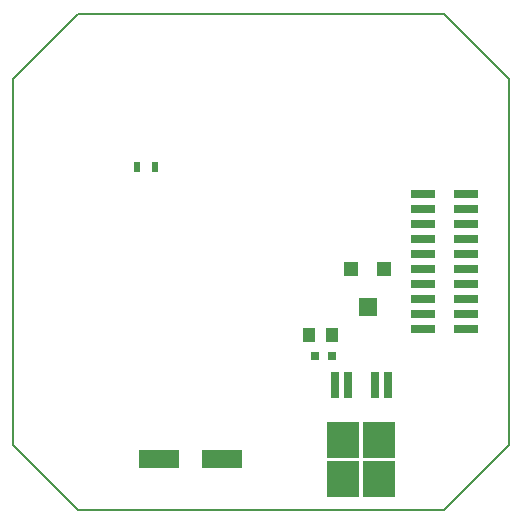
<source format=gbp>
G04 #@! TF.FileFunction,Paste,Bot*
%FSLAX46Y46*%
G04 Gerber Fmt 4.6, Leading zero omitted, Abs format (unit mm)*
G04 Created by KiCad (PCBNEW 4.0.7) date Thu Jan 25 16:07:57 2018*
%MOMM*%
%LPD*%
G01*
G04 APERTURE LIST*
%ADD10C,0.100000*%
%ADD11C,0.150000*%
%ADD12R,1.000000X1.250000*%
%ADD13R,0.800000X0.750000*%
%ADD14R,0.500000X0.900000*%
%ADD15R,1.200000X1.200000*%
%ADD16R,1.600000X1.500000*%
%ADD17R,3.500000X1.600000*%
%ADD18R,2.100000X0.750000*%
%ADD19R,0.800000X2.200000*%
%ADD20R,2.750000X3.050000*%
G04 APERTURE END LIST*
D10*
D11*
X42000000Y36500000D02*
X42000000Y5500000D01*
X36500000Y42000000D02*
X42000000Y36500000D01*
X5500000Y42000000D02*
X36500000Y42000000D01*
X0Y36500000D02*
X5500000Y42000000D01*
X0Y5500000D02*
X0Y36500000D01*
X5500000Y0D02*
X0Y5500000D01*
X36500000Y0D02*
X5500000Y0D01*
X42000000Y5500000D02*
X36500000Y0D01*
D12*
X27000000Y14750000D03*
X25000000Y14750000D03*
D13*
X25500000Y13000000D03*
X27000000Y13000000D03*
D14*
X12000000Y29000000D03*
X10500000Y29000000D03*
D15*
X28600000Y20370000D03*
X31400000Y20370000D03*
D16*
X30000000Y17130000D03*
D17*
X12300000Y4250000D03*
X17700000Y4250000D03*
D18*
X34700000Y26715000D03*
X38300000Y26715000D03*
X34700000Y25445000D03*
X38300000Y25445000D03*
X34700000Y24175000D03*
X38300000Y24175000D03*
X34700000Y22905000D03*
X38300000Y22905000D03*
X34700000Y21635000D03*
X38300000Y21635000D03*
X34700000Y20365000D03*
X38300000Y20365000D03*
X34700000Y19095000D03*
X38300000Y19095000D03*
X34700000Y17825000D03*
X38300000Y17825000D03*
X34700000Y16555000D03*
X38300000Y16555000D03*
X34700000Y15285000D03*
X38300000Y15285000D03*
D19*
X27195000Y10550000D03*
X28335000Y10550000D03*
X30615000Y10550000D03*
X31755000Y10550000D03*
D20*
X31000000Y2575000D03*
X27950000Y5925000D03*
X27950000Y2575000D03*
X31000000Y5925000D03*
M02*

</source>
